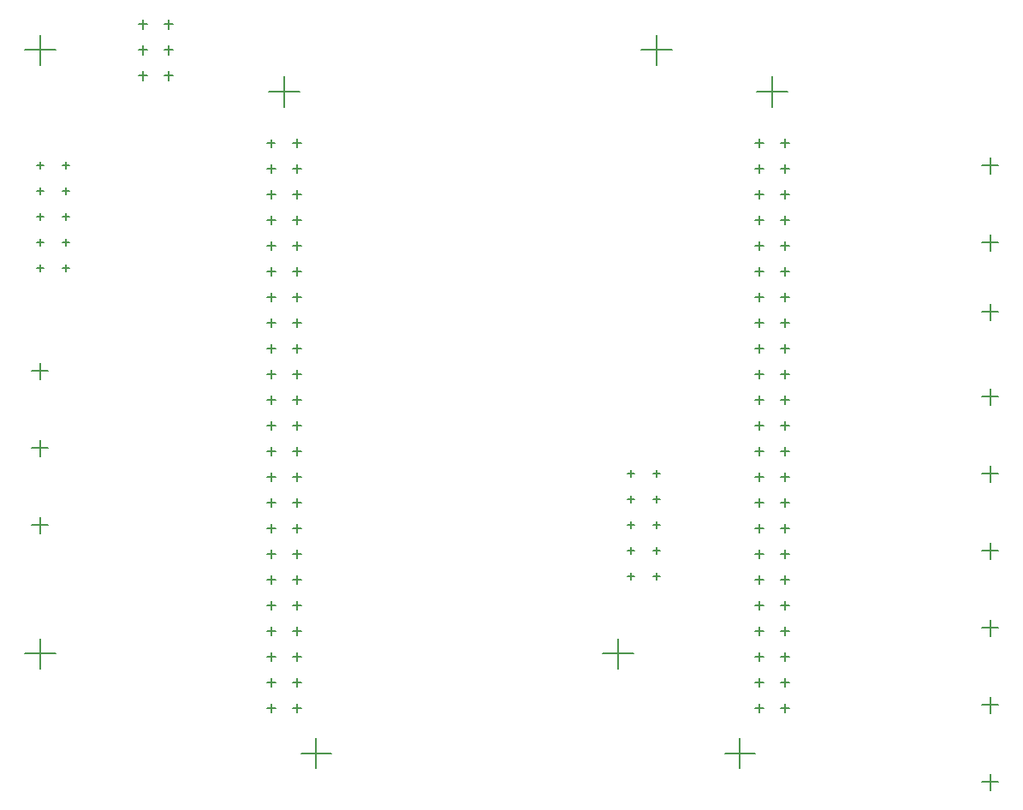
<source format=gbr>
G04 Layer_Color=128*
%FSLAX26Y26*%
%MOIN*%
%TF.FileFunction,Drillmap*%
%TF.Part,Single*%
G01*
G75*
%TA.AperFunction,NonConductor*%
%ADD28C,0.005000*%
D28*
X3668504Y1900000D02*
X3731496D01*
X3700000Y1868504D02*
Y1931496D01*
X3668504Y1330000D02*
X3731496D01*
X3700000Y1298504D02*
Y1361496D01*
X3668504Y400000D02*
X3731496D01*
X3700000Y368504D02*
Y431496D01*
X3668504Y-200000D02*
X3731496D01*
X3700000Y-231496D02*
Y-168504D01*
X3668504Y100000D02*
X3731496D01*
X3700000Y68504D02*
Y131496D01*
X3668504Y1600000D02*
X3731496D01*
X3700000Y1568504D02*
Y1631496D01*
X3668504Y700000D02*
X3731496D01*
X3700000Y668504D02*
Y731496D01*
X3668504Y1000000D02*
X3731496D01*
X3700000Y968504D02*
Y1031496D01*
X482284Y2250000D02*
X517716D01*
X500000Y2232284D02*
Y2267716D01*
X482284Y2350000D02*
X517716D01*
X500000Y2332284D02*
Y2367716D01*
X482284Y2450000D02*
X517716D01*
X500000Y2432284D02*
Y2467716D01*
X382284Y2450000D02*
X417716D01*
X400000Y2432284D02*
Y2467716D01*
X382284Y2350000D02*
X417716D01*
X400000Y2332284D02*
Y2367716D01*
X382284Y2250000D02*
X417716D01*
X400000Y2232284D02*
Y2267716D01*
X885000Y1987500D02*
X915000D01*
X900000Y1972500D02*
Y2002500D01*
X2784252Y-212500D02*
X2815748D01*
X2800000Y-228248D02*
Y-196752D01*
X2784252Y-112500D02*
X2815748D01*
X2800000Y-128248D02*
Y-96752D01*
X2784252Y-12500D02*
X2815748D01*
X2800000Y-28248D02*
Y3248D01*
X2784252Y87500D02*
X2815748D01*
X2800000Y71752D02*
Y103248D01*
X2784252Y187500D02*
X2815748D01*
X2800000Y171752D02*
Y203248D01*
X2784252Y287500D02*
X2815748D01*
X2800000Y271752D02*
Y303248D01*
X2784252Y387500D02*
X2815748D01*
X2800000Y371752D02*
Y403248D01*
X2784252Y487500D02*
X2815748D01*
X2800000Y471752D02*
Y503248D01*
X2784252Y587500D02*
X2815748D01*
X2800000Y571752D02*
Y603248D01*
X2784252Y687500D02*
X2815748D01*
X2800000Y671752D02*
Y703248D01*
X2784252Y787500D02*
X2815748D01*
X2800000Y771752D02*
Y803248D01*
X2784252Y887500D02*
X2815748D01*
X2800000Y871752D02*
Y903248D01*
X2784252Y987500D02*
X2815748D01*
X2800000Y971752D02*
Y1003248D01*
X2784252Y1087500D02*
X2815748D01*
X2800000Y1071752D02*
Y1103248D01*
X2784252Y1187500D02*
X2815748D01*
X2800000Y1171752D02*
Y1203248D01*
X2784252Y1287500D02*
X2815748D01*
X2800000Y1271752D02*
Y1303248D01*
X2784252Y1387500D02*
X2815748D01*
X2800000Y1371752D02*
Y1403248D01*
X2784252Y1487500D02*
X2815748D01*
X2800000Y1471752D02*
Y1503248D01*
X2784252Y1587500D02*
X2815748D01*
X2800000Y1571752D02*
Y1603248D01*
X2784252Y1687500D02*
X2815748D01*
X2800000Y1671752D02*
Y1703248D01*
X2784252Y1787500D02*
X2815748D01*
X2800000Y1771752D02*
Y1803248D01*
X2784252Y1887500D02*
X2815748D01*
X2800000Y1871752D02*
Y1903248D01*
X2884252Y-212500D02*
X2915748D01*
X2900000Y-228248D02*
Y-196752D01*
X2884252Y-112500D02*
X2915748D01*
X2900000Y-128248D02*
Y-96752D01*
X2884252Y-12500D02*
X2915748D01*
X2900000Y-28248D02*
Y3248D01*
X2884252Y87500D02*
X2915748D01*
X2900000Y71752D02*
Y103248D01*
X2884252Y187500D02*
X2915748D01*
X2900000Y171752D02*
Y203248D01*
X2884252Y287500D02*
X2915748D01*
X2900000Y271752D02*
Y303248D01*
X2884252Y387500D02*
X2915748D01*
X2900000Y371752D02*
Y403248D01*
X2884252Y487500D02*
X2915748D01*
X2900000Y471752D02*
Y503248D01*
X2884252Y587500D02*
X2915748D01*
X2900000Y571752D02*
Y603248D01*
X2884252Y687500D02*
X2915748D01*
X2900000Y671752D02*
Y703248D01*
X2884252Y787500D02*
X2915748D01*
X2900000Y771752D02*
Y803248D01*
X2884252Y887500D02*
X2915748D01*
X2900000Y871752D02*
Y903248D01*
X2884252Y987500D02*
X2915748D01*
X2900000Y971752D02*
Y1003248D01*
X2884252Y1087500D02*
X2915748D01*
X2900000Y1071752D02*
Y1103248D01*
X2884252Y1187500D02*
X2915748D01*
X2900000Y1171752D02*
Y1203248D01*
X2884252Y1287500D02*
X2915748D01*
X2900000Y1271752D02*
Y1303248D01*
X2884252Y1387500D02*
X2915748D01*
X2900000Y1371752D02*
Y1403248D01*
X2884252Y1487500D02*
X2915748D01*
X2900000Y1471752D02*
Y1503248D01*
X2884252Y1587500D02*
X2915748D01*
X2900000Y1571752D02*
Y1603248D01*
X2884252Y1687500D02*
X2915748D01*
X2900000Y1671752D02*
Y1703248D01*
X2884252Y1787500D02*
X2915748D01*
X2900000Y1771752D02*
Y1803248D01*
X2884252Y1887500D02*
X2915748D01*
X2900000Y1871752D02*
Y1903248D01*
X2884252Y1987500D02*
X2915748D01*
X2900000Y1971752D02*
Y2003248D01*
X2784252Y1987500D02*
X2815748D01*
X2800000Y1971752D02*
Y2003248D01*
X884252Y-212500D02*
X915748D01*
X900000Y-228248D02*
Y-196752D01*
X884252Y-112500D02*
X915748D01*
X900000Y-128248D02*
Y-96752D01*
X884252Y-12500D02*
X915748D01*
X900000Y-28248D02*
Y3248D01*
X884252Y87500D02*
X915748D01*
X900000Y71752D02*
Y103248D01*
X884252Y187500D02*
X915748D01*
X900000Y171752D02*
Y203248D01*
X884252Y287500D02*
X915748D01*
X900000Y271752D02*
Y303248D01*
X884252Y387500D02*
X915748D01*
X900000Y371752D02*
Y403248D01*
X884252Y487500D02*
X915748D01*
X900000Y471752D02*
Y503248D01*
X884252Y587500D02*
X915748D01*
X900000Y571752D02*
Y603248D01*
X884252Y687500D02*
X915748D01*
X900000Y671752D02*
Y703248D01*
X884252Y787500D02*
X915748D01*
X900000Y771752D02*
Y803248D01*
X884252Y887500D02*
X915748D01*
X900000Y871752D02*
Y903248D01*
X884252Y987500D02*
X915748D01*
X900000Y971752D02*
Y1003248D01*
X884252Y1087500D02*
X915748D01*
X900000Y1071752D02*
Y1103248D01*
X884252Y1187500D02*
X915748D01*
X900000Y1171752D02*
Y1203248D01*
X884252Y1287500D02*
X915748D01*
X900000Y1271752D02*
Y1303248D01*
X884252Y1387500D02*
X915748D01*
X900000Y1371752D02*
Y1403248D01*
X884252Y1487500D02*
X915748D01*
X900000Y1471752D02*
Y1503248D01*
X884252Y1587500D02*
X915748D01*
X900000Y1571752D02*
Y1603248D01*
X884252Y1687500D02*
X915748D01*
X900000Y1671752D02*
Y1703248D01*
X884252Y1787500D02*
X915748D01*
X900000Y1771752D02*
Y1803248D01*
X884252Y1887500D02*
X915748D01*
X900000Y1871752D02*
Y1903248D01*
X984252Y-212500D02*
X1015748D01*
X1000000Y-228248D02*
Y-196752D01*
X984252Y-112500D02*
X1015748D01*
X1000000Y-128248D02*
Y-96752D01*
X984252Y-12500D02*
X1015748D01*
X1000000Y-28248D02*
Y3248D01*
X984252Y87500D02*
X1015748D01*
X1000000Y71752D02*
Y103248D01*
X984252Y187500D02*
X1015748D01*
X1000000Y171752D02*
Y203248D01*
X984252Y287500D02*
X1015748D01*
X1000000Y271752D02*
Y303248D01*
X984252Y387500D02*
X1015748D01*
X1000000Y371752D02*
Y403248D01*
X984252Y487500D02*
X1015748D01*
X1000000Y471752D02*
Y503248D01*
X984252Y587500D02*
X1015748D01*
X1000000Y571752D02*
Y603248D01*
X984252Y687500D02*
X1015748D01*
X1000000Y671752D02*
Y703248D01*
X984252Y787500D02*
X1015748D01*
X1000000Y771752D02*
Y803248D01*
X984252Y887500D02*
X1015748D01*
X1000000Y871752D02*
Y903248D01*
X984252Y987500D02*
X1015748D01*
X1000000Y971752D02*
Y1003248D01*
X984252Y1087500D02*
X1015748D01*
X1000000Y1071752D02*
Y1103248D01*
X984252Y1187500D02*
X1015748D01*
X1000000Y1171752D02*
Y1203248D01*
X984252Y1287500D02*
X1015748D01*
X1000000Y1271752D02*
Y1303248D01*
X984252Y1387500D02*
X1015748D01*
X1000000Y1371752D02*
Y1403248D01*
X984252Y1487500D02*
X1015748D01*
X1000000Y1471752D02*
Y1503248D01*
X984252Y1587500D02*
X1015748D01*
X1000000Y1571752D02*
Y1603248D01*
X984252Y1687500D02*
X1015748D01*
X1000000Y1671752D02*
Y1703248D01*
X984252Y1787500D02*
X1015748D01*
X1000000Y1771752D02*
Y1803248D01*
X984252Y1887500D02*
X1015748D01*
X1000000Y1871752D02*
Y1903248D01*
X984252Y1987500D02*
X1015748D01*
X1000000Y1971752D02*
Y2003248D01*
X1015945Y-387500D02*
X1134055D01*
X1075000Y-446555D02*
Y-328445D01*
X2665945Y-387500D02*
X2784055D01*
X2725000Y-446555D02*
Y-328445D01*
X2790945Y2187500D02*
X2909055D01*
X2850000Y2128445D02*
Y2246555D01*
X890945Y2187500D02*
X1009055D01*
X950000Y2128445D02*
Y2246555D01*
X-31496Y500000D02*
X31496D01*
X0Y468504D02*
Y531496D01*
X3668504Y-500000D02*
X3731496D01*
X3700000Y-531496D02*
Y-468504D01*
X-31496Y800000D02*
X31496D01*
X0Y768504D02*
Y831496D01*
X-31496Y1100000D02*
X31496D01*
X0Y1068504D02*
Y1131496D01*
X-59055Y2350000D02*
X59055D01*
X0Y2290945D02*
Y2409055D01*
X2340945Y2350000D02*
X2459055D01*
X2400000Y2290945D02*
Y2409055D01*
X2190945Y0D02*
X2309055D01*
X2250000Y-59055D02*
Y59055D01*
X-59055Y0D02*
X59055D01*
X0Y-59055D02*
Y59055D01*
X2386024Y700000D02*
X2413976D01*
X2400000Y686024D02*
Y713976D01*
X2386024Y600000D02*
X2413976D01*
X2400000Y586024D02*
Y613976D01*
X2386024Y500000D02*
X2413976D01*
X2400000Y486024D02*
Y513976D01*
X2386024Y400000D02*
X2413976D01*
X2400000Y386024D02*
Y413976D01*
X2386024Y300000D02*
X2413976D01*
X2400000Y286024D02*
Y313976D01*
X2286024Y700000D02*
X2313976D01*
X2300000Y686024D02*
Y713976D01*
X2286024Y600000D02*
X2313976D01*
X2300000Y586024D02*
Y613976D01*
X2286024Y500000D02*
X2313976D01*
X2300000Y486024D02*
Y513976D01*
X2286024Y400000D02*
X2313976D01*
X2300000Y386024D02*
Y413976D01*
X2286024Y300000D02*
X2313976D01*
X2300000Y286024D02*
Y313976D01*
X86024Y1900000D02*
X113976D01*
X100000Y1886024D02*
Y1913976D01*
X86024Y1800000D02*
X113976D01*
X100000Y1786024D02*
Y1813976D01*
X86024Y1700000D02*
X113976D01*
X100000Y1686024D02*
Y1713976D01*
X86024Y1600000D02*
X113976D01*
X100000Y1586024D02*
Y1613976D01*
X86024Y1500000D02*
X113976D01*
X100000Y1486024D02*
Y1513976D01*
X-13976Y1900000D02*
X13976D01*
X0Y1886024D02*
Y1913976D01*
X-13976Y1800000D02*
X13976D01*
X0Y1786024D02*
Y1813976D01*
X-13976Y1700000D02*
X13976D01*
X0Y1686024D02*
Y1713976D01*
X-13976Y1600000D02*
X13976D01*
X0Y1586024D02*
Y1613976D01*
X-13976Y1500000D02*
X13976D01*
X0Y1486024D02*
Y1513976D01*
%TF.MD5,5e8bbad705af163c126fa5d8fbad9293*%
M02*

</source>
